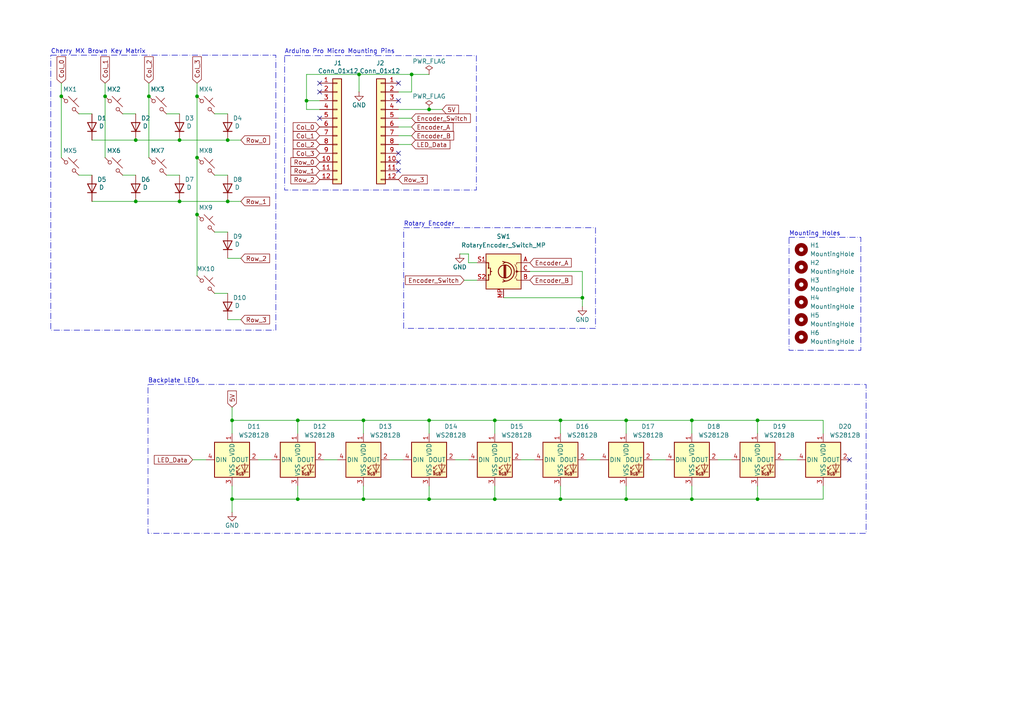
<source format=kicad_sch>
(kicad_sch (version 20231120) (generator "eeschema") (generator_version "8.0")
  (paper "A4")
  (lib_symbols
    (symbol "Connector_Generic:Conn_01x12" (pin_names (offset 1.016) hide)
      (property "Reference" "J" (at 0 15.24 0))
      (property "Value" "Conn_01x12" (at 0 -17.78 0))
      (symbol "Conn_01x12_1_1"
        (rectangle (start -1.27 -15.113) (end 0 -15.367) (stroke (width 0.1524)))
        (rectangle (start -1.27 -12.573) (end 0 -12.827) (stroke (width 0.1524)))
        (rectangle (start -1.27 -10.033) (end 0 -10.287) (stroke (width 0.1524)))
        (rectangle (start -1.27 -7.493) (end 0 -7.747) (stroke (width 0.1524)))
        (rectangle (start -1.27 -4.953) (end 0 -5.207) (stroke (width 0.1524)))
        (rectangle (start -1.27 -2.413) (end 0 -2.667) (stroke (width 0.1524)))
        (rectangle (start -1.27 0.127) (end 0 -0.127) (stroke (width 0.1524)))
        (rectangle (start -1.27 2.667) (end 0 2.413) (stroke (width 0.1524)))
        (rectangle (start -1.27 5.207) (end 0 4.953) (stroke (width 0.1524)))
        (rectangle (start -1.27 7.747) (end 0 7.493) (stroke (width 0.1524)))
        (rectangle (start -1.27 10.287) (end 0 10.033) (stroke (width 0.1524)))
        (rectangle (start -1.27 12.827) (end 0 12.573) (stroke (width 0.1524)))
        (rectangle (start -1.27 13.97) (end 1.27 -16.51) (stroke (width 0.254)) (fill (type background)))
        (pin passive line (at -5.08 12.7 0) (length 3.81) (name "Pin_1") (number "1"))
        (pin passive line (at -5.08 -10.16 0) (length 3.81) (name "Pin_10") (number "10"))
        (pin passive line (at -5.08 -12.7 0) (length 3.81) (name "Pin_11") (number "11"))
        (pin passive line (at -5.08 -15.24 0) (length 3.81) (name "Pin_12") (number "12"))
        (pin passive line (at -5.08 10.16 0) (length 3.81) (name "Pin_2") (number "2"))
        (pin passive line (at -5.08 7.62 0) (length 3.81) (name "Pin_3") (number "3"))
        (pin passive line (at -5.08 5.08 0) (length 3.81) (name "Pin_4") (number "4"))
        (pin passive line (at -5.08 2.54 0) (length 3.81) (name "Pin_5") (number "5"))
        (pin passive line (at -5.08 0 0) (length 3.81) (name "Pin_6") (number "6"))
        (pin passive line (at -5.08 -2.54 0) (length 3.81) (name "Pin_7") (number "7"))
        (pin passive line (at -5.08 -5.08 0) (length 3.81) (name "Pin_8") (number "8"))
        (pin passive line (at -5.08 -7.62 0) (length 3.81) (name "Pin_9") (number "9"))
      )
    )
    (symbol "Device:D" (pin_numbers hide) (pin_names (offset 1.016) hide)
      (property "Reference" "D" (at 0 2.54 0))
      (property "Value" "D" (at 0 -2.54 0))
      (symbol "D_0_1"
        (polyline (pts (xy -1.27 1.27) (xy -1.27 -1.27)) (stroke (width 0.254)))
        (polyline (pts (xy 1.27 0) (xy -1.27 0)))
        (polyline (pts (xy 1.27 1.27) (xy 1.27 -1.27) (xy -1.27 0) (xy 1.27 1.27)) (stroke (width 0.254)))
      )
      (symbol "D_1_1"
        (pin passive line (at -3.81 0 0) (length 2.54) (name "K") (number "1"))
        (pin passive line (at 3.81 0 180) (length 2.54) (name "A") (number "2"))
      )
    )
    (symbol "Device:RotaryEncoder_Switch_MP" (pin_names (offset 0.254) hide)
      (property "Reference" "SW" (at 0 8.89 0))
      (property "Value" "RotaryEncoder_Switch_MP" (at 0 6.35 0))
      (symbol "RotaryEncoder_Switch_MP_0_1"
        (rectangle (start -5.08 5.08) (end 5.08 -5.08) (stroke (width 0.254)) (fill (type background)))
        (circle (center -3.81 0) (radius 0.254) (fill (type outline)))
        (circle (center -0.381 0) (radius 1.905) (stroke (width 0.254)))
        (arc (start -0.381 2.667) (mid -3.0988 -0.0635) (end -0.381 -2.794) (stroke (width 0.254)))
        (polyline (pts (xy -0.635 -1.778) (xy -0.635 1.778)) (stroke (width 0.254)))
        (polyline (pts (xy -0.381 -1.778) (xy -0.381 1.778)) (stroke (width 0.254)))
        (polyline (pts (xy -0.127 1.778) (xy -0.127 -1.778)) (stroke (width 0.254)))
        (polyline (pts (xy 3.81 0) (xy 3.429 0)) (stroke (width 0.254)))
        (polyline (pts (xy 3.81 1.016) (xy 3.81 -1.016)) (stroke (width 0.254)))
        (polyline (pts (xy -5.08 -2.54) (xy -3.81 -2.54) (xy -3.81 -2.032)))
        (polyline (pts (xy -5.08 2.54) (xy -3.81 2.54) (xy -3.81 2.032)))
        (polyline (pts (xy 0.254 -3.048) (xy -0.508 -2.794) (xy 0.127 -2.413)) (stroke (width 0.254)))
        (polyline (pts (xy 0.254 2.921) (xy -0.508 2.667) (xy 0.127 2.286)) (stroke (width 0.254)))
        (polyline (pts (xy 5.08 -2.54) (xy 4.318 -2.54) (xy 4.318 -1.016)) (stroke (width 0.254)))
        (polyline (pts (xy 5.08 2.54) (xy 4.318 2.54) (xy 4.318 1.016)) (stroke (width 0.254)))
        (polyline (pts (xy -5.08 0) (xy -3.81 0) (xy -3.81 -1.016) (xy -3.302 -2.032)))
        (polyline (pts (xy -4.318 0) (xy -3.81 0) (xy -3.81 1.016) (xy -3.302 2.032)))
        (circle (center 4.318 -1.016) (radius 0.127) (stroke (width 0.254)))
        (circle (center 4.318 1.016) (radius 0.127) (stroke (width 0.254)))
      )
      (symbol "RotaryEncoder_Switch_MP_1_1"
        (pin passive line (at -7.62 2.54 0) (length 2.54) (name "A") (number "A"))
        (pin passive line (at -7.62 -2.54 0) (length 2.54) (name "B") (number "B"))
        (pin passive line (at -7.62 0 0) (length 2.54) (name "C") (number "C"))
        (pin passive line (at 0 -7.62 90) (length 2.54) (name "MP") (number "MP"))
        (pin passive line (at 7.62 2.54 180) (length 2.54) (name "S1") (number "S1"))
        (pin passive line (at 7.62 -2.54 180) (length 2.54) (name "S2") (number "S2"))
      )
    )
    (symbol "LED:WS2812B" (pin_names (offset 0.254))
      (property "Reference" "D" (at 5.08 5.715 0))
      (property "Value" "WS2812B" (at 1.27 -5.715 0))
      (symbol "WS2812B_0_0"
        (text "RGB" (at 2.286 -4.191 0) (effects (font (size 0.762 0.762))))
      )
      (symbol "WS2812B_0_1"
        (polyline (pts (xy 1.27 -3.556) (xy 1.778 -3.556)))
        (polyline (pts (xy 1.27 -2.54) (xy 1.778 -2.54)))
        (polyline (pts (xy 4.699 -3.556) (xy 2.667 -3.556)))
        (polyline (pts (xy 2.286 -2.54) (xy 1.27 -3.556) (xy 1.27 -3.048)))
        (polyline (pts (xy 2.286 -1.524) (xy 1.27 -2.54) (xy 1.27 -2.032)))
        (polyline (pts (xy 3.683 -1.016) (xy 3.683 -3.556) (xy 3.683 -4.064)))
        (polyline (pts (xy 4.699 -1.524) (xy 2.667 -1.524) (xy 3.683 -3.556) (xy 4.699 -1.524)))
        (rectangle (start 5.08 5.08) (end -5.08 -5.08) (stroke (width 0.254)) (fill (type background)))
      )
      (symbol "WS2812B_1_1"
        (pin power_in line (at 0 7.62 270) (length 2.54) (name "VDD") (number "1"))
        (pin output line (at 7.62 0 180) (length 2.54) (name "DOUT") (number "2"))
        (pin power_in line (at 0 -7.62 90) (length 2.54) (name "VSS") (number "3"))
        (pin input line (at -7.62 0 0) (length 2.54) (name "DIN") (number "4"))
      )
    )
    (symbol "Mechanical:MountingHole" (pin_names (offset 1.016)) (exclude_from_sim yes) (in_bom no)
      (property "Reference" "H" (at 0 5.08 0))
      (property "Value" "MountingHole" (at 0 3.175 0))
      (symbol "MountingHole_0_1"
        (circle (center 0 0) (radius 1.27) (stroke (width 1.27)))
      )
    )
    (symbol "PCM_marbastlib-mx:MX_SW_solder" (pin_numbers hide) (pin_names (offset 1.016) hide)
      (property "Reference" "MX" (at 3.048 1.016 0))
      (property "Value" "MX_SW_solder" (at 0 -3.81 0))
      (symbol "MX_SW_solder_0_1"
        (circle (center -1.1684 1.1684) (radius 0.508))
        (polyline (pts (xy -0.508 2.54) (xy 2.54 -0.508)))
        (polyline (pts (xy 1.016 1.016) (xy 2.032 2.032)))
        (polyline (pts (xy -2.54 2.54) (xy -1.524 1.524) (xy -1.524 1.524)))
        (polyline (pts (xy 1.524 -1.524) (xy 2.54 -2.54) (xy 2.54 -2.54) (xy 2.54 -2.54)))
        (circle (center 1.143 -1.1938) (radius 0.508))
        (pin passive line (at -2.54 2.54 0) (length 0) (name "1") (number "1"))
        (pin passive line (at 2.54 -2.54 180) (length 0) (name "2") (number "2"))
      )
    )
    (symbol "power:GND" (power) (pin_numbers hide) (pin_names (offset 0) hide)
      (property "Value" "GND" (at 0 -3.81 0))
      (symbol "GND_0_1"
        (polyline (pts (xy 0 0) (xy 0 -1.27) (xy 1.27 -1.27) (xy 0 -2.54) (xy -1.27 -1.27) (xy 0 -1.27)))
      )
      (symbol "GND_1_1"
        (pin power_in line (at 0 0 270) (length 0) (name "~") (number "1"))
      )
    )
    (symbol "power:PWR_FLAG" (power) (pin_numbers hide) (pin_names (offset 0) hide)
      (property "Value" "PWR_FLAG" (at 0 3.81 0))
      (symbol "PWR_FLAG_0_0"
        (pin power_out line (at 0 0 90) (length 0) (name "~") (number "1"))
      )
      (symbol "PWR_FLAG_0_1"
        (polyline (pts (xy 0 0) (xy 0 1.27) (xy -1.016 1.905) (xy 0 2.54) (xy 1.016 1.905) (xy 0 1.27)))
      )
    )
  )
  (junction (at 39.37 58.42))
  (junction (at 105.41 144.78))
  (junction (at 200.66 121.92))
  (junction (at 124.46 144.78))
  (junction (at 57.15 62.23))
  (junction (at 67.31 121.92))
  (junction (at 162.56 121.92))
  (junction (at 57.15 45.72))
  (junction (at 66.04 58.42))
  (junction (at 124.46 31.75))
  (junction (at 200.66 144.78))
  (junction (at 104.14 21.59))
  (junction (at 119.38 21.59))
  (junction (at 52.07 40.64))
  (junction (at 219.71 121.92))
  (junction (at 86.36 121.92))
  (junction (at 88.9 29.21))
  (junction (at 30.48 27.94))
  (junction (at 124.46 121.92))
  (junction (at 105.41 121.92))
  (junction (at 67.31 144.78))
  (junction (at 181.61 121.92))
  (junction (at 181.61 144.78))
  (junction (at 162.56 144.78))
  (junction (at 39.37 40.64))
  (junction (at 219.71 144.78))
  (junction (at 43.18 27.94))
  (junction (at 52.07 58.42))
  (junction (at 143.51 121.92))
  (junction (at 17.78 27.94))
  (junction (at 168.91 86.36))
  (junction (at 86.36 144.78))
  (junction (at 66.04 40.64))
  (junction (at 143.51 144.78))
  (junction (at 57.15 27.94))
  (no_connect (at 115.57 29.21))
  (no_connect (at 115.57 24.13))
  (no_connect (at 92.71 24.13))
  (no_connect (at 92.71 26.67))
  (no_connect (at 92.71 34.29))
  (no_connect (at 246.38 133.35))
  (no_connect (at 115.57 49.53))
  (no_connect (at 115.57 44.45))
  (no_connect (at 115.57 46.99))
  (wire (pts (xy 67.31 118.11) (xy 67.31 121.92)))
  (wire (pts (xy 62.23 50.8) (xy 66.04 50.8)))
  (wire (pts (xy 113.03 133.35) (xy 116.84 133.35)))
  (wire (pts (xy 66.04 58.42) (xy 69.85 58.42)))
  (wire (pts (xy 162.56 144.78) (xy 181.61 144.78)))
  (wire (pts (xy 17.78 24.13) (xy 17.78 27.94)))
  (wire (pts (xy 86.36 121.92) (xy 86.36 125.73)))
  (wire (pts (xy 119.38 21.59) (xy 124.46 21.59)))
  (wire (pts (xy 93.98 133.35) (xy 97.79 133.35)))
  (wire (pts (xy 170.18 133.35) (xy 173.99 133.35)))
  (wire (pts (xy 86.36 140.97) (xy 86.36 144.78)))
  (wire (pts (xy 200.66 140.97) (xy 200.66 144.78)))
  (wire (pts (xy 88.9 21.59) (xy 88.9 29.21)))
  (wire (pts (xy 57.15 62.23) (xy 57.15 80.01)))
  (wire (pts (xy 48.26 33.02) (xy 52.07 33.02)))
  (wire (pts (xy 48.26 50.8) (xy 52.07 50.8)))
  (wire (pts (xy 66.04 74.93) (xy 69.85 74.93)))
  (wire (pts (xy 115.57 31.75) (xy 124.46 31.75)))
  (wire (pts (xy 62.23 33.02) (xy 66.04 33.02)))
  (wire (pts (xy 105.41 121.92) (xy 124.46 121.92)))
  (wire (pts (xy 67.31 148.59) (xy 67.31 144.78)))
  (wire (pts (xy 67.31 121.92) (xy 67.31 125.73)))
  (wire (pts (xy 74.93 133.35) (xy 78.74 133.35)))
  (wire (pts (xy 219.71 144.78) (xy 238.76 144.78)))
  (wire (pts (xy 67.31 144.78) (xy 86.36 144.78)))
  (wire (pts (xy 88.9 31.75) (xy 92.71 31.75)))
  (wire (pts (xy 105.41 121.92) (xy 105.41 125.73)))
  (wire (pts (xy 143.51 140.97) (xy 143.51 144.78)))
  (wire (pts (xy 135.89 76.2) (xy 138.43 76.2)))
  (wire (pts (xy 88.9 29.21) (xy 88.9 31.75)))
  (wire (pts (xy 227.33 133.35) (xy 231.14 133.35)))
  (wire (pts (xy 143.51 121.92) (xy 162.56 121.92)))
  (wire (pts (xy 153.67 78.74) (xy 168.91 78.74)))
  (wire (pts (xy 168.91 88.9) (xy 168.91 86.36)))
  (wire (pts (xy 162.56 121.92) (xy 181.61 121.92)))
  (wire (pts (xy 124.46 144.78) (xy 143.51 144.78)))
  (wire (pts (xy 115.57 36.83) (xy 119.38 36.83)))
  (wire (pts (xy 181.61 121.92) (xy 200.66 121.92)))
  (wire (pts (xy 200.66 121.92) (xy 200.66 125.73)))
  (wire (pts (xy 238.76 121.92) (xy 238.76 125.73)))
  (wire (pts (xy 35.56 50.8) (xy 39.37 50.8)))
  (wire (pts (xy 146.05 86.36) (xy 168.91 86.36)))
  (wire (pts (xy 189.23 133.35) (xy 193.04 133.35)))
  (wire (pts (xy 35.56 33.02) (xy 39.37 33.02)))
  (wire (pts (xy 119.38 26.67) (xy 115.57 26.67)))
  (wire (pts (xy 151.13 133.35) (xy 154.94 133.35)))
  (wire (pts (xy 238.76 140.97) (xy 238.76 144.78)))
  (wire (pts (xy 124.46 121.92) (xy 143.51 121.92)))
  (wire (pts (xy 105.41 144.78) (xy 124.46 144.78)))
  (wire (pts (xy 115.57 39.37) (xy 119.38 39.37)))
  (wire (pts (xy 86.36 121.92) (xy 105.41 121.92)))
  (wire (pts (xy 200.66 144.78) (xy 219.71 144.78)))
  (wire (pts (xy 62.23 85.09) (xy 66.04 85.09)))
  (wire (pts (xy 30.48 24.13) (xy 30.48 27.94)))
  (wire (pts (xy 105.41 140.97) (xy 105.41 144.78)))
  (wire (pts (xy 26.67 40.64) (xy 39.37 40.64)))
  (wire (pts (xy 138.43 81.28) (xy 134.62 81.28)))
  (wire (pts (xy 181.61 140.97) (xy 181.61 144.78)))
  (wire (pts (xy 181.61 144.78) (xy 200.66 144.78)))
  (wire (pts (xy 181.61 121.92) (xy 181.61 125.73)))
  (wire (pts (xy 200.66 121.92) (xy 219.71 121.92)))
  (wire (pts (xy 219.71 121.92) (xy 238.76 121.92)))
  (wire (pts (xy 43.18 24.13) (xy 43.18 27.94)))
  (wire (pts (xy 119.38 21.59) (xy 119.38 26.67)))
  (wire (pts (xy 66.04 40.64) (xy 69.85 40.64)))
  (wire (pts (xy 26.67 58.42) (xy 39.37 58.42)))
  (wire (pts (xy 124.46 31.75) (xy 128.27 31.75)))
  (wire (pts (xy 143.51 121.92) (xy 143.51 125.73)))
  (wire (pts (xy 162.56 140.97) (xy 162.56 144.78)))
  (wire (pts (xy 22.86 50.8) (xy 26.67 50.8)))
  (wire (pts (xy 143.51 144.78) (xy 162.56 144.78)))
  (wire (pts (xy 39.37 40.64) (xy 52.07 40.64)))
  (wire (pts (xy 52.07 40.64) (xy 66.04 40.64)))
  (wire (pts (xy 62.23 67.31) (xy 66.04 67.31)))
  (wire (pts (xy 115.57 41.91) (xy 119.38 41.91)))
  (wire (pts (xy 124.46 121.92) (xy 124.46 125.73)))
  (wire (pts (xy 39.37 58.42) (xy 52.07 58.42)))
  (wire (pts (xy 86.36 144.78) (xy 105.41 144.78)))
  (wire (pts (xy 57.15 27.94) (xy 57.15 45.72)))
  (wire (pts (xy 30.48 27.94) (xy 30.48 45.72)))
  (wire (pts (xy 132.08 133.35) (xy 135.89 133.35)))
  (wire (pts (xy 219.71 140.97) (xy 219.71 144.78)))
  (wire (pts (xy 55.88 133.35) (xy 59.69 133.35)))
  (wire (pts (xy 57.15 24.13) (xy 57.15 27.94)))
  (wire (pts (xy 162.56 121.92) (xy 162.56 125.73)))
  (wire (pts (xy 57.15 45.72) (xy 57.15 62.23)))
  (wire (pts (xy 43.18 27.94) (xy 43.18 45.72)))
  (wire (pts (xy 17.78 27.94) (xy 17.78 45.72)))
  (wire (pts (xy 133.35 73.66) (xy 135.89 73.66)))
  (wire (pts (xy 67.31 140.97) (xy 67.31 144.78)))
  (wire (pts (xy 208.28 133.35) (xy 212.09 133.35)))
  (wire (pts (xy 104.14 21.59) (xy 88.9 21.59)))
  (wire (pts (xy 119.38 21.59) (xy 104.14 21.59)))
  (wire (pts (xy 52.07 58.42) (xy 66.04 58.42)))
  (wire (pts (xy 104.14 21.59) (xy 104.14 26.67)))
  (wire (pts (xy 168.91 78.74) (xy 168.91 86.36)))
  (wire (pts (xy 88.9 29.21) (xy 92.71 29.21)))
  (wire (pts (xy 124.46 140.97) (xy 124.46 144.78)))
  (wire (pts (xy 22.86 33.02) (xy 26.67 33.02)))
  (wire (pts (xy 67.31 121.92) (xy 86.36 121.92)))
  (wire (pts (xy 219.71 121.92) (xy 219.71 125.73)))
  (wire (pts (xy 115.57 34.29) (xy 119.38 34.29)))
  (wire (pts (xy 135.89 73.66) (xy 135.89 76.2)))
  (wire (pts (xy 66.04 92.71) (xy 69.85 92.71)))
  (rectangle (start 228.854 68.834) (end 249.682 101.6) (stroke (width 0) (type dash_dot)))
  (rectangle (start 82.55 16.129) (end 138.176 55.118) (stroke (width 0) (type dash_dot)))
  (rectangle (start 42.926 111.506) (end 251.206 154.686) (stroke (width 0) (type dash_dot)))
  (rectangle (start 117.094 66.04) (end 172.72 95.25) (stroke (width 0) (type dash_dot)))
  (rectangle (start 14.732 16.002) (end 80.01 95.758) (stroke (width 0) (type dash_dot)))
  (text "Arduino Pro Micro Mounting Pins" (at 82.55 14.986 0) (effects (font (size 1.27 1.27)) (justify left)))
  (text "Backplate LEDs" (at 42.926 110.49 0) (effects (font (size 1.27 1.27)) (justify left)))
  (text "Cherry MX Brown Key Matrix" (at 14.732 14.986 0) (effects (font (size 1.27 1.27)) (justify left)))
  (text "Mounting Holes" (at 228.854 67.818 0) (effects (font (size 1.27 1.27)) (justify left)))
  (text "Rotary Encoder \n" (at 117.094 65.024 0) (effects (font (size 1.27 1.27)) (justify left)))
  (global_label "Row_0" (shape input) (at 69.85 40.64 0) (property "Intersheetrefs" "${INTERSHEET_REFS}" (effects (hide yes))))
  (global_label "Col_3" (shape input) (at 57.15 24.13 90) (property "Intersheetrefs" "${INTERSHEET_REFS}" (effects (hide yes))))
  (global_label "Encoder_Switch" (shape input) (at 119.38 34.29 0) (property "Intersheetrefs" "${INTERSHEET_REFS}" (effects (hide yes))))
  (global_label "Col_3" (shape input) (at 92.71 44.45 180) (property "Intersheetrefs" "${INTERSHEET_REFS}" (effects (hide yes))))
  (global_label "Row_3" (shape input) (at 69.85 92.71 0) (property "Intersheetrefs" "${INTERSHEET_REFS}" (effects (hide yes))))
  (global_label "Row_1" (shape input) (at 69.85 58.42 0) (property "Intersheetrefs" "${INTERSHEET_REFS}" (effects (hide yes))))
  (global_label "Encoder_A" (shape input) (at 153.67 76.2 0) (property "Intersheetrefs" "${INTERSHEET_REFS}" (effects (hide yes))))
  (global_label "Row_0" (shape input) (at 92.71 46.99 180) (property "Intersheetrefs" "${INTERSHEET_REFS}" (effects (hide yes))))
  (global_label "Col_2" (shape input) (at 43.18 24.13 90) (property "Intersheetrefs" "${INTERSHEET_REFS}" (effects (hide yes))))
  (global_label "LED_Data" (shape input) (at 55.88 133.35 180) (property "Intersheetrefs" "${INTERSHEET_REFS}" (effects (hide yes))))
  (global_label "Encoder_Switch" (shape input) (at 134.62 81.28 180) (property "Intersheetrefs" "${INTERSHEET_REFS}" (effects (hide yes))))
  (global_label "Col_0" (shape input) (at 17.78 24.13 90) (property "Intersheetrefs" "${INTERSHEET_REFS}" (effects (hide yes))))
  (global_label "Col_2" (shape input) (at 92.71 41.91 180) (property "Intersheetrefs" "${INTERSHEET_REFS}" (effects (hide yes))))
  (global_label "Row_2" (shape input) (at 69.85 74.93 0) (property "Intersheetrefs" "${INTERSHEET_REFS}" (effects (hide yes))))
  (global_label "Encoder_B" (shape input) (at 153.67 81.28 0) (property "Intersheetrefs" "${INTERSHEET_REFS}" (effects (hide yes))))
  (global_label "Col_1" (shape input) (at 92.71 39.37 180) (property "Intersheetrefs" "${INTERSHEET_REFS}" (effects (hide yes))))
  (global_label "Row_3" (shape input) (at 115.57 52.07 0) (property "Intersheetrefs" "${INTERSHEET_REFS}" (effects (hide yes))))
  (global_label "Encoder_A" (shape input) (at 119.38 36.83 0) (property "Intersheetrefs" "${INTERSHEET_REFS}" (effects (hide yes))))
  (global_label "5V" (shape input) (at 128.27 31.75 0) (property "Intersheetrefs" "${INTERSHEET_REFS}" (effects (hide yes))))
  (global_label "Row_1" (shape input) (at 92.71 49.53 180) (property "Intersheetrefs" "${INTERSHEET_REFS}" (effects (hide yes))))
  (global_label "5V" (shape input) (at 67.31 118.11 90) (property "Intersheetrefs" "${INTERSHEET_REFS}" (effects (hide yes))))
  (global_label "LED_Data" (shape input) (at 119.38 41.91 0) (property "Intersheetrefs" "${INTERSHEET_REFS}" (effects (hide yes))))
  (global_label "Encoder_B" (shape input) (at 119.38 39.37 0) (property "Intersheetrefs" "${INTERSHEET_REFS}" (effects (hide yes))))
  (global_label "Row_2" (shape input) (at 92.71 52.07 180) (property "Intersheetrefs" "${INTERSHEET_REFS}" (effects (hide yes))))
  (global_label "Col_0" (shape input) (at 92.71 36.83 180) (property "Intersheetrefs" "${INTERSHEET_REFS}" (effects (hide yes))))
  (global_label "Col_1" (shape input) (at 30.48 24.13 90) (property "Intersheetrefs" "${INTERSHEET_REFS}" (effects (hide yes))))
  (symbol (lib_id "PCM_marbastlib-mx:MX_SW_solder") (at 33.02 30.48 0) (unit 1)
    (property "Reference" "MX2" (at 33.02 25.908 0))
    (property "Value" "MX_SW_solder" (effects (hide yes)))
    (property "Footprint" "PCM_marbastlib-mx:SW_MX_1u" (effects (hide yes)))
    (property "Description" "Push button switch, normally open, two pins, 45° tilted" (effects (hide yes)))
  )
  (symbol (lib_id "PCM_marbastlib-mx:MX_SW_solder") (at 59.69 30.48 0) (unit 1)
    (property "Reference" "MX4" (at 59.69 25.908 0))
    (property "Value" "MX_SW_solder" (effects (hide yes)))
    (property "Footprint" "PCM_marbastlib-mx:SW_MX_1u" (effects (hide yes)))
    (property "Description" "Push button switch, normally open, two pins, 45° tilted" (effects (hide yes)))
  )
  (symbol (lib_id "Device:D") (at 66.04 71.12 90) (unit 1)
    (property "Reference" "D9" (at 67.564 68.58 90) (effects (justify right)))
    (property "Value" "D" (at 68.072 70.866 90) (effects (justify right)))
    (property "Footprint" "Diode_THT:D_A-405_P7.62mm_Horizontal" (effects (hide yes)))
    (property "Description" "Diode" (effects (hide yes)))
    (property "Sim.Device" "D" (effects (hide yes)))
    (property "Sim.Pins" "1=K 2=A" (effects (hide yes)))
  )
  (symbol (lib_id "Device:D") (at 39.37 54.61 90) (unit 1)
    (property "Reference" "D6" (at 40.894 52.07 90) (effects (justify right)))
    (property "Value" "D" (at 41.402 54.356 90) (effects (justify right)))
    (property "Footprint" "Diode_THT:D_A-405_P7.62mm_Horizontal" (effects (hide yes)))
    (property "Description" "Diode" (effects (hide yes)))
    (property "Sim.Device" "D" (effects (hide yes)))
    (property "Sim.Pins" "1=K 2=A" (effects (hide yes)))
  )
  (symbol (lib_id "PCM_marbastlib-mx:MX_SW_solder") (at 20.32 30.48 0) (unit 1)
    (property "Reference" "MX1" (at 20.32 25.908 0))
    (property "Value" "MX_SW_solder" (effects (hide yes)))
    (property "Footprint" "PCM_marbastlib-mx:SW_MX_1u" (effects (hide yes)))
    (property "Description" "Push button switch, normally open, two pins, 45° tilted" (effects (hide yes)))
  )
  (symbol (lib_id "LED:WS2812B") (at 124.46 133.35 0) (unit 1)
    (property "Reference" "D14" (at 130.81 123.698 0))
    (property "Value" "WS2812B" (at 130.81 126.238 0))
    (property "Footprint" "LED_SMD:LED_WS2812B_PLCC4_5.0x5.0mm_P3.2mm" (effects (hide yes)))
    (property "Datasheet" "https://cdn-shop.adafruit.com/datasheets/WS2812B.pdf" (effects (hide yes)))
    (property "Description" "RGB LED with integrated controller" (effects (hide yes)))
  )
  (symbol (lib_id "power:PWR_FLAG") (at 124.46 31.75 0) (unit 1)
    (property "Reference" "#FLG02" (effects (hide yes)))
    (property "Value" "PWR_FLAG" (at 124.46 27.94 0))
    (property "Description" "Special symbol for telling ERC where power comes from" (effects (hide yes)))
  )
  (symbol (lib_id "LED:WS2812B") (at 238.76 133.35 0) (unit 1)
    (property "Reference" "D20" (at 245.11 123.698 0))
    (property "Value" "WS2812B" (at 245.11 126.238 0))
    (property "Footprint" "LED_SMD:LED_WS2812B_PLCC4_5.0x5.0mm_P3.2mm" (effects (hide yes)))
    (property "Datasheet" "https://cdn-shop.adafruit.com/datasheets/WS2812B.pdf" (effects (hide yes)))
    (property "Description" "RGB LED with integrated controller" (effects (hide yes)))
  )
  (symbol (lib_id "LED:WS2812B") (at 105.41 133.35 0) (unit 1)
    (property "Reference" "D13" (at 111.76 123.698 0))
    (property "Value" "WS2812B" (at 111.76 126.238 0))
    (property "Footprint" "LED_SMD:LED_WS2812B_PLCC4_5.0x5.0mm_P3.2mm" (effects (hide yes)))
    (property "Datasheet" "https://cdn-shop.adafruit.com/datasheets/WS2812B.pdf" (effects (hide yes)))
    (property "Description" "RGB LED with integrated controller" (effects (hide yes)))
  )
  (symbol (lib_id "Connector_Generic:Conn_01x12") (at 97.79 36.83 0) (unit 1)
    (property "Reference" "J1" (at 96.774 18.288 0) (effects (justify left)))
    (property "Value" "Conn_01x12" (at 92.202 20.574 0) (effects (justify left)))
    (property "Footprint" "Connector_PinHeader_2.54mm:PinHeader_1x12_P2.54mm_Vertical" (effects (hide yes)))
    (property "Description" "Generic connector, single row, 01x12, script generated (kicad-library-utils/schlib/autogen/connector/)" (effects (hide yes)))
  )
  (symbol (lib_id "power:GND") (at 104.14 26.67 0) (mirror y) (unit 1)
    (property "Reference" "#PWR01" (effects (hide yes)))
    (property "Value" "GND" (at 104.14 30.48 0))
    (property "Description" "Power symbol creates a global label with name \"GND\" , ground" (effects (hide yes)))
  )
  (symbol (lib_id "Device:RotaryEncoder_Switch_MP") (at 146.05 78.74 0) (mirror y) (unit 1)
    (property "Reference" "SW1" (at 146.05 68.58 0))
    (property "Value" "RotaryEncoder_Switch_MP" (at 146.05 71.12 0))
    (property "Footprint" "Rotary_Encoder:RotaryEncoder_Alps_EC12E-Switch_Vertical_H20mm" (effects (hide yes)))
    (property "Datasheet" "https://www.bourns.com/docs/Product-Datasheets/PEC12R.pdf" (effects (hide yes)))
    (property "Description" "Rotary encoder, dual channel, incremental quadrate outputs, with switch and MP Pin" (effects (hide yes)))
  )
  (symbol (lib_id "Mechanical:MountingHole") (at 232.41 97.79 0) (unit 1) (exclude_from_sim yes) (in_bom no)
    (property "Reference" "H6" (at 234.95 96.5199 0) (effects (justify left)))
    (property "Value" "MountingHole" (at 234.95 99.0599 0) (effects (justify left)))
    (property "Footprint" "MountingHole:MountingHole_3.2mm_M3" (effects (hide yes)))
    (property "Description" "Mounting Hole without connection" (effects (hide yes)))
  )
  (symbol (lib_id "Mechanical:MountingHole") (at 232.41 92.71 0) (unit 1) (exclude_from_sim yes) (in_bom no)
    (property "Reference" "H5" (at 234.95 91.4399 0) (effects (justify left)))
    (property "Value" "MountingHole" (at 234.95 93.9799 0) (effects (justify left)))
    (property "Footprint" "MountingHole:MountingHole_3.2mm_M3" (effects (hide yes)))
    (property "Description" "Mounting Hole without connection" (effects (hide yes)))
  )
  (symbol (lib_id "PCM_marbastlib-mx:MX_SW_solder") (at 45.72 30.48 0) (unit 1)
    (property "Reference" "MX3" (at 45.72 25.908 0))
    (property "Value" "MX_SW_solder" (effects (hide yes)))
    (property "Footprint" "PCM_marbastlib-mx:SW_MX_1u" (effects (hide yes)))
    (property "Description" "Push button switch, normally open, two pins, 45° tilted" (effects (hide yes)))
  )
  (symbol (lib_id "PCM_marbastlib-mx:MX_SW_solder") (at 59.69 48.26 0) (unit 1)
    (property "Reference" "MX8" (at 59.69 43.688 0))
    (property "Value" "MX_SW_solder" (effects (hide yes)))
    (property "Footprint" "PCM_marbastlib-mx:SW_MX_1u" (effects (hide yes)))
    (property "Description" "Push button switch, normally open, two pins, 45° tilted" (effects (hide yes)))
  )
  (symbol (lib_id "Mechanical:MountingHole") (at 232.41 82.55 0) (unit 1) (exclude_from_sim yes) (in_bom no)
    (property "Reference" "H3" (at 234.95 81.2799 0) (effects (justify left)))
    (property "Value" "MountingHole" (at 234.95 83.8199 0) (effects (justify left)))
    (property "Footprint" "MountingHole:MountingHole_3.2mm_M3" (effects (hide yes)))
    (property "Description" "Mounting Hole without connection" (effects (hide yes)))
  )
  (symbol (lib_id "power:GND") (at 67.31 148.59 0) (mirror y) (unit 1)
    (property "Reference" "#PWR04" (effects (hide yes)))
    (property "Value" "GND" (at 67.31 152.4 0))
    (property "Description" "Power symbol creates a global label with name \"GND\" , ground" (effects (hide yes)))
  )
  (symbol (lib_id "PCM_marbastlib-mx:MX_SW_solder") (at 59.69 82.55 0) (unit 1)
    (property "Reference" "MX10" (at 59.69 77.978 0))
    (property "Value" "MX_SW_solder" (effects (hide yes)))
    (property "Footprint" "PCM_marbastlib-mx:SW_MX_1u" (effects (hide yes)))
    (property "Description" "Push button switch, normally open, two pins, 45° tilted" (effects (hide yes)))
  )
  (symbol (lib_id "Device:D") (at 26.67 54.61 90) (unit 1)
    (property "Reference" "D5" (at 28.194 52.07 90) (effects (justify right)))
    (property "Value" "D" (at 28.702 54.356 90) (effects (justify right)))
    (property "Footprint" "Diode_THT:D_A-405_P7.62mm_Horizontal" (effects (hide yes)))
    (property "Description" "Diode" (effects (hide yes)))
    (property "Sim.Device" "D" (effects (hide yes)))
    (property "Sim.Pins" "1=K 2=A" (effects (hide yes)))
  )
  (symbol (lib_id "PCM_marbastlib-mx:MX_SW_solder") (at 59.69 64.77 0) (unit 1)
    (property "Reference" "MX9" (at 59.69 60.198 0))
    (property "Value" "MX_SW_solder" (effects (hide yes)))
    (property "Footprint" "PCM_marbastlib-mx:SW_MX_1u" (effects (hide yes)))
    (property "Description" "Push button switch, normally open, two pins, 45° tilted" (effects (hide yes)))
  )
  (symbol (lib_id "LED:WS2812B") (at 143.51 133.35 0) (unit 1)
    (property "Reference" "D15" (at 149.86 123.698 0))
    (property "Value" "WS2812B" (at 149.86 126.238 0))
    (property "Footprint" "LED_SMD:LED_WS2812B_PLCC4_5.0x5.0mm_P3.2mm" (effects (hide yes)))
    (property "Datasheet" "https://cdn-shop.adafruit.com/datasheets/WS2812B.pdf" (effects (hide yes)))
    (property "Description" "RGB LED with integrated controller" (effects (hide yes)))
  )
  (symbol (lib_id "Device:D") (at 52.07 36.83 90) (unit 1)
    (property "Reference" "D3" (at 53.594 34.29 90) (effects (justify right)))
    (property "Value" "D" (at 54.102 36.576 90) (effects (justify right)))
    (property "Footprint" "Diode_THT:D_A-405_P7.62mm_Horizontal" (effects (hide yes)))
    (property "Description" "Diode" (effects (hide yes)))
    (property "Sim.Device" "D" (effects (hide yes)))
    (property "Sim.Pins" "1=K 2=A" (effects (hide yes)))
  )
  (symbol (lib_id "power:PWR_FLAG") (at 124.46 21.59 0) (unit 1)
    (property "Reference" "#FLG01" (effects (hide yes)))
    (property "Value" "PWR_FLAG" (at 124.46 17.78 0))
    (property "Description" "Special symbol for telling ERC where power comes from" (effects (hide yes)))
  )
  (symbol (lib_id "PCM_marbastlib-mx:MX_SW_solder") (at 33.02 48.26 0) (unit 1)
    (property "Reference" "MX6" (at 33.02 43.688 0))
    (property "Value" "MX_SW_solder" (effects (hide yes)))
    (property "Footprint" "PCM_marbastlib-mx:SW_MX_1u" (effects (hide yes)))
    (property "Description" "Push button switch, normally open, two pins, 45° tilted" (effects (hide yes)))
  )
  (symbol (lib_id "Connector_Generic:Conn_01x12") (at 110.49 36.83 0) (mirror y) (unit 1)
    (property "Reference" "J2" (at 111.506 18.288 0) (effects (justify left)))
    (property "Value" "Conn_01x12" (at 116.078 20.574 0) (effects (justify left)))
    (property "Footprint" "Connector_PinHeader_2.54mm:PinHeader_1x12_P2.54mm_Vertical" (effects (hide yes)))
    (property "Description" "Generic connector, single row, 01x12, script generated (kicad-library-utils/schlib/autogen/connector/)" (effects (hide yes)))
  )
  (symbol (lib_id "PCM_marbastlib-mx:MX_SW_solder") (at 45.72 48.26 0) (unit 1)
    (property "Reference" "MX7" (at 45.72 43.688 0))
    (property "Value" "MX_SW_solder" (effects (hide yes)))
    (property "Footprint" "PCM_marbastlib-mx:SW_MX_1u" (effects (hide yes)))
    (property "Description" "Push button switch, normally open, two pins, 45° tilted" (effects (hide yes)))
  )
  (symbol (lib_id "LED:WS2812B") (at 86.36 133.35 0) (unit 1)
    (property "Reference" "D12" (at 92.71 123.698 0))
    (property "Value" "WS2812B" (at 92.71 126.238 0))
    (property "Footprint" "LED_SMD:LED_WS2812B_PLCC4_5.0x5.0mm_P3.2mm" (effects (hide yes)))
    (property "Datasheet" "https://cdn-shop.adafruit.com/datasheets/WS2812B.pdf" (effects (hide yes)))
    (property "Description" "RGB LED with integrated controller" (effects (hide yes)))
  )
  (symbol (lib_id "LED:WS2812B") (at 181.61 133.35 0) (unit 1)
    (property "Reference" "D17" (at 187.96 123.698 0))
    (property "Value" "WS2812B" (at 187.96 126.238 0))
    (property "Footprint" "LED_SMD:LED_WS2812B_PLCC4_5.0x5.0mm_P3.2mm" (effects (hide yes)))
    (property "Datasheet" "https://cdn-shop.adafruit.com/datasheets/WS2812B.pdf" (effects (hide yes)))
    (property "Description" "RGB LED with integrated controller" (effects (hide yes)))
  )
  (symbol (lib_id "Device:D") (at 66.04 54.61 90) (unit 1)
    (property "Reference" "D8" (at 67.564 52.07 90) (effects (justify right)))
    (property "Value" "D" (at 68.072 54.356 90) (effects (justify right)))
    (property "Footprint" "Diode_THT:D_A-405_P7.62mm_Horizontal" (effects (hide yes)))
    (property "Description" "Diode" (effects (hide yes)))
    (property "Sim.Device" "D" (effects (hide yes)))
    (property "Sim.Pins" "1=K 2=A" (effects (hide yes)))
  )
  (symbol (lib_id "Device:D") (at 66.04 88.9 90) (unit 1)
    (property "Reference" "D10" (at 67.564 86.36 90) (effects (justify right)))
    (property "Value" "D" (at 68.072 88.646 90) (effects (justify right)))
    (property "Footprint" "Diode_THT:D_A-405_P7.62mm_Horizontal" (effects (hide yes)))
    (property "Description" "Diode" (effects (hide yes)))
    (property "Sim.Device" "D" (effects (hide yes)))
    (property "Sim.Pins" "1=K 2=A" (effects (hide yes)))
  )
  (symbol (lib_id "LED:WS2812B") (at 219.71 133.35 0) (unit 1)
    (property "Reference" "D19" (at 226.06 123.698 0))
    (property "Value" "WS2812B" (at 226.06 126.238 0))
    (property "Footprint" "LED_SMD:LED_WS2812B_PLCC4_5.0x5.0mm_P3.2mm" (effects (hide yes)))
    (property "Datasheet" "https://cdn-shop.adafruit.com/datasheets/WS2812B.pdf" (effects (hide yes)))
    (property "Description" "RGB LED with integrated controller" (effects (hide yes)))
  )
  (symbol (lib_id "LED:WS2812B") (at 162.56 133.35 0) (unit 1)
    (property "Reference" "D16" (at 168.91 123.698 0))
    (property "Value" "WS2812B" (at 168.91 126.238 0))
    (property "Footprint" "LED_SMD:LED_WS2812B_PLCC4_5.0x5.0mm_P3.2mm" (effects (hide yes)))
    (property "Datasheet" "https://cdn-shop.adafruit.com/datasheets/WS2812B.pdf" (effects (hide yes)))
    (property "Description" "RGB LED with integrated controller" (effects (hide yes)))
  )
  (symbol (lib_id "LED:WS2812B") (at 67.31 133.35 0) (unit 1)
    (property "Reference" "D11" (at 73.66 123.698 0))
    (property "Value" "WS2812B" (at 73.66 126.238 0))
    (property "Footprint" "LED_SMD:LED_WS2812B_PLCC4_5.0x5.0mm_P3.2mm" (effects (hide yes)))
    (property "Datasheet" "https://cdn-shop.adafruit.com/datasheets/WS2812B.pdf" (effects (hide yes)))
    (property "Description" "RGB LED with integrated controller" (effects (hide yes)))
  )
  (symbol (lib_id "power:GND") (at 168.91 88.9 0) (mirror y) (unit 1)
    (property "Reference" "#PWR03" (effects (hide yes)))
    (property "Value" "GND" (at 168.91 92.71 0))
    (property "Description" "Power symbol creates a global label with name \"GND\" , ground" (effects (hide yes)))
  )
  (symbol (lib_id "Mechanical:MountingHole") (at 232.41 87.63 0) (unit 1) (exclude_from_sim yes) (in_bom no)
    (property "Reference" "H4" (at 234.95 86.3599 0) (effects (justify left)))
    (property "Value" "MountingHole" (at 234.95 88.8999 0) (effects (justify left)))
    (property "Footprint" "MountingHole:MountingHole_3.2mm_M3" (effects (hide yes)))
    (property "Description" "Mounting Hole without connection" (effects (hide yes)))
  )
  (symbol (lib_id "LED:WS2812B") (at 200.66 133.35 0) (unit 1)
    (property "Reference" "D18" (at 207.01 123.698 0))
    (property "Value" "WS2812B" (at 207.01 126.238 0))
    (property "Footprint" "LED_SMD:LED_WS2812B_PLCC4_5.0x5.0mm_P3.2mm" (effects (hide yes)))
    (property "Datasheet" "https://cdn-shop.adafruit.com/datasheets/WS2812B.pdf" (effects (hide yes)))
    (property "Description" "RGB LED with integrated controller" (effects (hide yes)))
  )
  (symbol (lib_id "Device:D") (at 66.04 36.83 90) (unit 1)
    (property "Reference" "D4" (at 67.564 34.29 90) (effects (justify right)))
    (property "Value" "D" (at 68.072 36.576 90) (effects (justify right)))
    (property "Footprint" "Diode_THT:D_A-405_P7.62mm_Horizontal" (effects (hide yes)))
    (property "Description" "Diode" (effects (hide yes)))
    (property "Sim.Device" "D" (effects (hide yes)))
    (property "Sim.Pins" "1=K 2=A" (effects (hide yes)))
  )
  (symbol (lib_id "Mechanical:MountingHole") (at 232.41 72.39 0) (unit 1) (exclude_from_sim yes) (in_bom no)
    (property "Reference" "H1" (at 234.95 71.1199 0) (effects (justify left)))
    (property "Value" "MountingHole" (at 234.95 73.6599 0) (effects (justify left)))
    (property "Footprint" "MountingHole:MountingHole_3.2mm_M3" (effects (hide yes)))
    (property "Description" "Mounting Hole without connection" (effects (hide yes)))
  )
  (symbol (lib_id "Device:D") (at 26.67 36.83 90) (unit 1)
    (property "Reference" "D1" (at 28.194 34.29 90) (effects (justify right)))
    (property "Value" "D" (at 28.702 36.576 90) (effects (justify right)))
    (property "Footprint" "Diode_THT:D_A-405_P7.62mm_Horizontal" (effects (hide yes)))
    (property "Description" "Diode" (effects (hide yes)))
    (property "Sim.Device" "D" (effects (hide yes)))
    (property "Sim.Pins" "1=K 2=A" (effects (hide yes)))
  )
  (symbol (lib_id "Mechanical:MountingHole") (at 232.41 77.47 0) (unit 1) (exclude_from_sim yes) (in_bom no)
    (property "Reference" "H2" (at 234.95 76.1999 0) (effects (justify left)))
    (property "Value" "MountingHole" (at 234.95 78.7399 0) (effects (justify left)))
    (property "Footprint" "MountingHole:MountingHole_3.2mm_M3" (effects (hide yes)))
    (property "Description" "Mounting Hole without connection" (effects (hide yes)))
  )
  (symbol (lib_id "Device:D") (at 52.07 54.61 90) (unit 1)
    (property "Reference" "D7" (at 53.594 52.07 90) (effects (justify right)))
    (property "Value" "D" (at 54.102 54.356 90) (effects (justify right)))
    (property "Footprint" "Diode_THT:D_A-405_P7.62mm_Horizontal" (effects (hide yes)))
    (property "Description" "Diode" (effects (hide yes)))
    (property "Sim.Device" "D" (effects (hide yes)))
    (property "Sim.Pins" "1=K 2=A" (effects (hide yes)))
  )
  (symbol (lib_id "PCM_marbastlib-mx:MX_SW_solder") (at 20.32 48.26 0) (unit 1)
    (property "Reference" "MX5" (at 20.32 43.688 0))
    (property "Value" "MX_SW_solder" (effects (hide yes)))
    (property "Footprint" "PCM_marbastlib-mx:SW_MX_1u" (effects (hide yes)))
    (property "Description" "Push button switch, normally open, two pins, 45° tilted" (effects (hide yes)))
  )
  (symbol (lib_id "Device:D") (at 39.37 36.83 90) (unit 1)
    (property "Reference" "D2" (at 40.894 34.29 90) (effects (justify right)))
    (property "Value" "D" (at 41.402 36.576 90) (effects (justify right)))
    (property "Footprint" "Diode_THT:D_A-405_P7.62mm_Horizontal" (effects (hide yes)))
    (property "Description" "Diode" (effects (hide yes)))
    (property "Sim.Device" "D" (effects (hide yes)))
    (property "Sim.Pins" "1=K 2=A" (effects (hide yes)))
  )
  (symbol (lib_id "power:GND") (at 133.35 73.66 0) (mirror y) (unit 1)
    (property "Reference" "#PWR02" (effects (hide yes)))
    (property "Value" "GND" (at 133.35 77.47 0))
    (property "Description" "Power symbol creates a global label with name \"GND\" , ground" (effects (hide yes)))
  )
)
</source>
